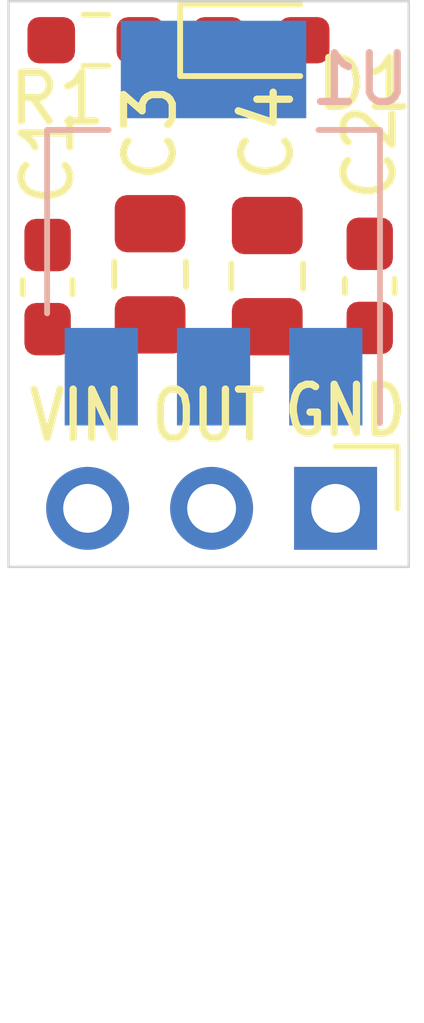
<source format=kicad_pcb>
(kicad_pcb (version 20171130) (host pcbnew "(5.1.12)-1")

  (general
    (thickness 1.6)
    (drawings 7)
    (tracks 0)
    (zones 0)
    (modules 8)
    (nets 4)
  )

  (page A4)
  (layers
    (0 F.Cu signal)
    (31 B.Cu signal)
    (32 B.Adhes user)
    (33 F.Adhes user)
    (34 B.Paste user)
    (35 F.Paste user)
    (36 B.SilkS user)
    (37 F.SilkS user)
    (38 B.Mask user)
    (39 F.Mask user)
    (40 Dwgs.User user)
    (41 Cmts.User user)
    (42 Eco1.User user)
    (43 Eco2.User user)
    (44 Edge.Cuts user)
    (45 Margin user hide)
    (46 B.CrtYd user)
    (47 F.CrtYd user)
    (48 B.Fab user hide)
    (49 F.Fab user hide)
  )

  (setup
    (last_trace_width 0.25)
    (trace_clearance 0.2)
    (zone_clearance 0.508)
    (zone_45_only no)
    (trace_min 0.2)
    (via_size 0.8)
    (via_drill 0.4)
    (via_min_size 0.4)
    (via_min_drill 0.3)
    (uvia_size 0.3)
    (uvia_drill 0.1)
    (uvias_allowed no)
    (uvia_min_size 0.2)
    (uvia_min_drill 0.1)
    (edge_width 0.05)
    (segment_width 0.2)
    (pcb_text_width 0.3)
    (pcb_text_size 1.5 1.5)
    (mod_edge_width 0.12)
    (mod_text_size 1 1)
    (mod_text_width 0.15)
    (pad_size 1.524 1.524)
    (pad_drill 0.762)
    (pad_to_mask_clearance 0)
    (aux_axis_origin 0 0)
    (visible_elements 7FFFFFFF)
    (pcbplotparams
      (layerselection 0x010fc_ffffffff)
      (usegerberextensions false)
      (usegerberattributes true)
      (usegerberadvancedattributes true)
      (creategerberjobfile true)
      (excludeedgelayer true)
      (linewidth 0.100000)
      (plotframeref false)
      (viasonmask false)
      (mode 1)
      (useauxorigin false)
      (hpglpennumber 1)
      (hpglpenspeed 20)
      (hpglpendiameter 15.000000)
      (psnegative false)
      (psa4output false)
      (plotreference true)
      (plotvalue true)
      (plotinvisibletext false)
      (padsonsilk false)
      (subtractmaskfromsilk false)
      (outputformat 1)
      (mirror false)
      (drillshape 1)
      (scaleselection 1)
      (outputdirectory ""))
  )

  (net 0 "")
  (net 1 GND)
  (net 2 "Net-(C1-Pad1)")
  (net 3 "Net-(C2-Pad1)")

  (net_class Default "This is the default net class."
    (clearance 0.2)
    (trace_width 0.25)
    (via_dia 0.8)
    (via_drill 0.4)
    (uvia_dia 0.3)
    (uvia_drill 0.1)
    (add_net GND)
    (add_net "Net-(C1-Pad1)")
    (add_net "Net-(C2-Pad1)")
  )

  (module Connector_PinHeader_2.54mm:PinHeader_1x03_P2.54mm_Horizontal (layer F.Cu) (tedit 62682B8A) (tstamp 62686EA4)
    (at 147.3 93.3 270)
    (descr "Through hole angled pin header, 1x03, 2.54mm pitch, 6mm pin length, single row")
    (tags "Through hole angled pin header THT 1x03 2.54mm single row")
    (path /6268DE60)
    (fp_text reference J1 (at 4.385 -2.27 270) (layer F.SilkS) hide
      (effects (font (size 1 1) (thickness 0.15)))
    )
    (fp_text value Conn_01x03_Male (at 4.385 7.35 270) (layer F.Fab) hide
      (effects (font (size 1 1) (thickness 0.15)))
    )
    (fp_line (start 10.55 -1.8) (end -1.8 -1.8) (layer F.CrtYd) (width 0.05))
    (fp_line (start 10.55 6.85) (end 10.55 -1.8) (layer F.CrtYd) (width 0.05))
    (fp_line (start -1.8 6.85) (end 10.55 6.85) (layer F.CrtYd) (width 0.05))
    (fp_line (start -1.8 -1.8) (end -1.8 6.85) (layer F.CrtYd) (width 0.05))
    (fp_line (start -1.27 -1.27) (end 0 -1.27) (layer F.SilkS) (width 0.12))
    (fp_line (start -1.27 0) (end -1.27 -1.27) (layer F.SilkS) (width 0.12))
    (fp_line (start 4.04 5.4) (end 10.04 5.4) (layer F.Fab) (width 0.1))
    (fp_line (start 10.04 4.76) (end 10.04 5.4) (layer F.Fab) (width 0.1))
    (fp_line (start 4.04 4.76) (end 10.04 4.76) (layer F.Fab) (width 0.1))
    (fp_line (start -0.32 5.4) (end 1.5 5.4) (layer F.Fab) (width 0.1))
    (fp_line (start -0.32 4.76) (end -0.32 5.4) (layer F.Fab) (width 0.1))
    (fp_line (start -0.32 4.76) (end 1.5 4.76) (layer F.Fab) (width 0.1))
    (fp_line (start 4.04 2.86) (end 10.04 2.86) (layer F.Fab) (width 0.1))
    (fp_line (start 10.04 2.22) (end 10.04 2.86) (layer F.Fab) (width 0.1))
    (fp_line (start 4.04 2.22) (end 10.04 2.22) (layer F.Fab) (width 0.1))
    (fp_line (start -0.32 2.86) (end 1.5 2.86) (layer F.Fab) (width 0.1))
    (fp_line (start -0.32 2.22) (end -0.32 2.86) (layer F.Fab) (width 0.1))
    (fp_line (start -0.32 2.22) (end 1.5 2.22) (layer F.Fab) (width 0.1))
    (fp_line (start 4.04 0.32) (end 10.04 0.32) (layer F.Fab) (width 0.1))
    (fp_line (start 10.04 -0.32) (end 10.04 0.32) (layer F.Fab) (width 0.1))
    (fp_line (start 4.04 -0.32) (end 10.04 -0.32) (layer F.Fab) (width 0.1))
    (fp_line (start -0.32 0.32) (end 1.5 0.32) (layer F.Fab) (width 0.1))
    (fp_line (start -0.32 -0.32) (end -0.32 0.32) (layer F.Fab) (width 0.1))
    (fp_line (start -0.32 -0.32) (end 1.5 -0.32) (layer F.Fab) (width 0.1))
    (fp_line (start 1.5 -0.635) (end 2.135 -1.27) (layer F.Fab) (width 0.1))
    (fp_line (start 1.5 6.35) (end 1.5 -0.635) (layer F.Fab) (width 0.1))
    (fp_line (start 4.04 6.35) (end 1.5 6.35) (layer F.Fab) (width 0.1))
    (fp_line (start 4.04 -1.27) (end 4.04 6.35) (layer F.Fab) (width 0.1))
    (fp_line (start 2.135 -1.27) (end 4.04 -1.27) (layer F.Fab) (width 0.1))
    (fp_text user %R (at 2.77 2.54) (layer F.Fab) hide
      (effects (font (size 1 1) (thickness 0.15)))
    )
    (pad 3 thru_hole oval (at 0 5.08 270) (size 1.7 1.7) (drill 1) (layers *.Cu *.Mask)
      (net 1 GND))
    (pad 2 thru_hole oval (at 0 2.54 270) (size 1.7 1.7) (drill 1) (layers *.Cu *.Mask)
      (net 3 "Net-(C2-Pad1)"))
    (pad 1 thru_hole rect (at 0 0 270) (size 1.7 1.7) (drill 1) (layers *.Cu *.Mask)
      (net 2 "Net-(C1-Pad1)"))
    (model ${KISYS3DMOD}/Connector_PinHeader_2.54mm.3dshapes/PinHeader_1x03_P2.54mm_Horizontal.wrl
      (offset (xyz 1 -5 4))
      (scale (xyz 1 1 1))
      (rotate (xyz 0 -90 -180))
    )
  )

  (module Resistor_SMD:R_0603_1608Metric_Pad0.98x0.95mm_HandSolder (layer F.Cu) (tedit 5F68FEEE) (tstamp 62687A08)
    (at 142.3875 83.7)
    (descr "Resistor SMD 0603 (1608 Metric), square (rectangular) end terminal, IPC_7351 nominal with elongated pad for handsoldering. (Body size source: IPC-SM-782 page 72, https://www.pcb-3d.com/wordpress/wp-content/uploads/ipc-sm-782a_amendment_1_and_2.pdf), generated with kicad-footprint-generator")
    (tags "resistor handsolder")
    (path /626A1147)
    (attr smd)
    (fp_text reference R1 (at -0.7875 1.2) (layer F.SilkS)
      (effects (font (size 1 1) (thickness 0.15)))
    )
    (fp_text value R (at 0 1.43) (layer F.Fab)
      (effects (font (size 1 1) (thickness 0.15)))
    )
    (fp_line (start 1.65 0.73) (end -1.65 0.73) (layer F.CrtYd) (width 0.05))
    (fp_line (start 1.65 -0.73) (end 1.65 0.73) (layer F.CrtYd) (width 0.05))
    (fp_line (start -1.65 -0.73) (end 1.65 -0.73) (layer F.CrtYd) (width 0.05))
    (fp_line (start -1.65 0.73) (end -1.65 -0.73) (layer F.CrtYd) (width 0.05))
    (fp_line (start -0.254724 0.5225) (end 0.254724 0.5225) (layer F.SilkS) (width 0.12))
    (fp_line (start -0.254724 -0.5225) (end 0.254724 -0.5225) (layer F.SilkS) (width 0.12))
    (fp_line (start 0.8 0.4125) (end -0.8 0.4125) (layer F.Fab) (width 0.1))
    (fp_line (start 0.8 -0.4125) (end 0.8 0.4125) (layer F.Fab) (width 0.1))
    (fp_line (start -0.8 -0.4125) (end 0.8 -0.4125) (layer F.Fab) (width 0.1))
    (fp_line (start -0.8 0.4125) (end -0.8 -0.4125) (layer F.Fab) (width 0.1))
    (fp_text user %R (at 0 0) (layer F.Fab)
      (effects (font (size 0.4 0.4) (thickness 0.06)))
    )
    (pad 2 smd roundrect (at 0.9125 0) (size 0.975 0.95) (layers F.Cu F.Paste F.Mask) (roundrect_rratio 0.25)
      (net 2 "Net-(C1-Pad1)"))
    (pad 1 smd roundrect (at -0.9125 0) (size 0.975 0.95) (layers F.Cu F.Paste F.Mask) (roundrect_rratio 0.25)
      (net 2 "Net-(C1-Pad1)"))
    (model ${KISYS3DMOD}/Resistor_SMD.3dshapes/R_0603_1608Metric.wrl
      (at (xyz 0 0 0))
      (scale (xyz 1 1 1))
      (rotate (xyz 0 0 0))
    )
  )

  (module LED_SMD:LED_0603_1608Metric_Pad1.05x0.95mm_HandSolder (layer F.Cu) (tedit 5F68FEF1) (tstamp 62687979)
    (at 145.775 83.7)
    (descr "LED SMD 0603 (1608 Metric), square (rectangular) end terminal, IPC_7351 nominal, (Body size source: http://www.tortai-tech.com/upload/download/2011102023233369053.pdf), generated with kicad-footprint-generator")
    (tags "LED handsolder")
    (path /6269F131)
    (attr smd)
    (fp_text reference D1 (at 2.125 0.9) (layer F.SilkS)
      (effects (font (size 1 1) (thickness 0.15)))
    )
    (fp_text value LED (at 0 1.43) (layer F.Fab)
      (effects (font (size 1 1) (thickness 0.15)))
    )
    (fp_line (start 1.65 0.73) (end -1.65 0.73) (layer F.CrtYd) (width 0.05))
    (fp_line (start 1.65 -0.73) (end 1.65 0.73) (layer F.CrtYd) (width 0.05))
    (fp_line (start -1.65 -0.73) (end 1.65 -0.73) (layer F.CrtYd) (width 0.05))
    (fp_line (start -1.65 0.73) (end -1.65 -0.73) (layer F.CrtYd) (width 0.05))
    (fp_line (start -1.66 0.735) (end 0.8 0.735) (layer F.SilkS) (width 0.12))
    (fp_line (start -1.66 -0.735) (end -1.66 0.735) (layer F.SilkS) (width 0.12))
    (fp_line (start 0.8 -0.735) (end -1.66 -0.735) (layer F.SilkS) (width 0.12))
    (fp_line (start 0.8 0.4) (end 0.8 -0.4) (layer F.Fab) (width 0.1))
    (fp_line (start -0.8 0.4) (end 0.8 0.4) (layer F.Fab) (width 0.1))
    (fp_line (start -0.8 -0.1) (end -0.8 0.4) (layer F.Fab) (width 0.1))
    (fp_line (start -0.5 -0.4) (end -0.8 -0.1) (layer F.Fab) (width 0.1))
    (fp_line (start 0.8 -0.4) (end -0.5 -0.4) (layer F.Fab) (width 0.1))
    (fp_text user %R (at 0 0) (layer F.Fab)
      (effects (font (size 0.4 0.4) (thickness 0.06)))
    )
    (pad 2 smd roundrect (at 0.875 0) (size 1.05 0.95) (layers F.Cu F.Paste F.Mask) (roundrect_rratio 0.25)
      (net 2 "Net-(C1-Pad1)"))
    (pad 1 smd roundrect (at -0.875 0) (size 1.05 0.95) (layers F.Cu F.Paste F.Mask) (roundrect_rratio 0.25)
      (net 1 GND))
    (model ${KISYS3DMOD}/LED_SMD.3dshapes/LED_0603_1608Metric.wrl
      (at (xyz 0 0 0))
      (scale (xyz 1 1 1))
      (rotate (xyz 0 0 0))
    )
  )

  (module Package_TO_SOT_SMD:SOT-223-3_TabPin2 (layer B.Cu) (tedit 5A02FF57) (tstamp 62686EBA)
    (at 144.8 87.45 90)
    (descr "module CMS SOT223 4 pins")
    (tags "CMS SOT")
    (path /6268695B)
    (attr smd)
    (fp_text reference U1 (at 2.95 3) (layer B.SilkS)
      (effects (font (size 1 1) (thickness 0.15)) (justify mirror))
    )
    (fp_text value AMS1117-3.3 (at 0 -4.5 270) (layer B.Fab)
      (effects (font (size 1 1) (thickness 0.15)) (justify mirror))
    )
    (fp_line (start 1.85 3.35) (end 1.85 -3.35) (layer B.Fab) (width 0.1))
    (fp_line (start -1.85 -3.35) (end 1.85 -3.35) (layer B.Fab) (width 0.1))
    (fp_line (start -4.1 3.41) (end 1.91 3.41) (layer B.SilkS) (width 0.12))
    (fp_line (start -0.85 3.35) (end 1.85 3.35) (layer B.Fab) (width 0.1))
    (fp_line (start -1.85 -3.41) (end 1.91 -3.41) (layer B.SilkS) (width 0.12))
    (fp_line (start -1.85 2.35) (end -1.85 -3.35) (layer B.Fab) (width 0.1))
    (fp_line (start -1.85 2.35) (end -0.85 3.35) (layer B.Fab) (width 0.1))
    (fp_line (start -4.4 3.6) (end -4.4 -3.6) (layer B.CrtYd) (width 0.05))
    (fp_line (start -4.4 -3.6) (end 4.4 -3.6) (layer B.CrtYd) (width 0.05))
    (fp_line (start 4.4 -3.6) (end 4.4 3.6) (layer B.CrtYd) (width 0.05))
    (fp_line (start 4.4 3.6) (end -4.4 3.6) (layer B.CrtYd) (width 0.05))
    (fp_line (start 1.91 3.41) (end 1.91 2.15) (layer B.SilkS) (width 0.12))
    (fp_line (start 1.91 -3.41) (end 1.91 -2.15) (layer B.SilkS) (width 0.12))
    (fp_text user %R (at 0 0) (layer B.Fab)
      (effects (font (size 0.8 0.8) (thickness 0.12)) (justify mirror))
    )
    (pad 1 smd rect (at -3.15 2.3 90) (size 2 1.5) (layers B.Cu B.Paste B.Mask)
      (net 1 GND))
    (pad 3 smd rect (at -3.15 -2.3 90) (size 2 1.5) (layers B.Cu B.Paste B.Mask)
      (net 2 "Net-(C1-Pad1)"))
    (pad 2 smd rect (at -3.15 0 90) (size 2 1.5) (layers B.Cu B.Paste B.Mask)
      (net 3 "Net-(C2-Pad1)"))
    (pad 2 smd rect (at 3.15 0 90) (size 2 3.8) (layers B.Cu B.Paste B.Mask)
      (net 3 "Net-(C2-Pad1)"))
    (model ${KISYS3DMOD}/Package_TO_SOT_SMD.3dshapes/SOT-223.wrl
      (at (xyz 0 0 0))
      (scale (xyz 1 1 1))
      (rotate (xyz 0 0 0))
    )
  )

  (module Capacitor_SMD:C_0805_2012Metric_Pad1.18x1.45mm_HandSolder (layer F.Cu) (tedit 5F68FEEF) (tstamp 62686E64)
    (at 145.9 88.5375 90)
    (descr "Capacitor SMD 0805 (2012 Metric), square (rectangular) end terminal, IPC_7351 nominal with elongated pad for handsoldering. (Body size source: IPC-SM-782 page 76, https://www.pcb-3d.com/wordpress/wp-content/uploads/ipc-sm-782a_amendment_1_and_2.pdf, https://docs.google.com/spreadsheets/d/1BsfQQcO9C6DZCsRaXUlFlo91Tg2WpOkGARC1WS5S8t0/edit?usp=sharing), generated with kicad-footprint-generator")
    (tags "capacitor handsolder")
    (path /62688CA4)
    (attr smd)
    (fp_text reference C4 (at 2.9375 0 90) (layer F.SilkS)
      (effects (font (size 1 1) (thickness 0.15)))
    )
    (fp_text value 4.7u (at 0 1.68 90) (layer F.Fab)
      (effects (font (size 1 1) (thickness 0.15)))
    )
    (fp_line (start 1.88 0.98) (end -1.88 0.98) (layer F.CrtYd) (width 0.05))
    (fp_line (start 1.88 -0.98) (end 1.88 0.98) (layer F.CrtYd) (width 0.05))
    (fp_line (start -1.88 -0.98) (end 1.88 -0.98) (layer F.CrtYd) (width 0.05))
    (fp_line (start -1.88 0.98) (end -1.88 -0.98) (layer F.CrtYd) (width 0.05))
    (fp_line (start -0.261252 0.735) (end 0.261252 0.735) (layer F.SilkS) (width 0.12))
    (fp_line (start -0.261252 -0.735) (end 0.261252 -0.735) (layer F.SilkS) (width 0.12))
    (fp_line (start 1 0.625) (end -1 0.625) (layer F.Fab) (width 0.1))
    (fp_line (start 1 -0.625) (end 1 0.625) (layer F.Fab) (width 0.1))
    (fp_line (start -1 -0.625) (end 1 -0.625) (layer F.Fab) (width 0.1))
    (fp_line (start -1 0.625) (end -1 -0.625) (layer F.Fab) (width 0.1))
    (fp_text user %R (at 0 0 90) (layer F.Fab)
      (effects (font (size 0.5 0.5) (thickness 0.08)))
    )
    (pad 2 smd roundrect (at 1.0375 0 90) (size 1.175 1.45) (layers F.Cu F.Paste F.Mask) (roundrect_rratio 0.212766)
      (net 1 GND))
    (pad 1 smd roundrect (at -1.0375 0 90) (size 1.175 1.45) (layers F.Cu F.Paste F.Mask) (roundrect_rratio 0.212766)
      (net 2 "Net-(C1-Pad1)"))
    (model ${KISYS3DMOD}/Capacitor_SMD.3dshapes/C_0805_2012Metric.wrl
      (at (xyz 0 0 0))
      (scale (xyz 1 1 1))
      (rotate (xyz 0 0 0))
    )
  )

  (module Capacitor_SMD:C_0603_1608Metric_Pad1.08x0.95mm_HandSolder (layer F.Cu) (tedit 5F68FEEF) (tstamp 62686E53)
    (at 148 88.7375 90)
    (descr "Capacitor SMD 0603 (1608 Metric), square (rectangular) end terminal, IPC_7351 nominal with elongated pad for handsoldering. (Body size source: IPC-SM-782 page 76, https://www.pcb-3d.com/wordpress/wp-content/uploads/ipc-sm-782a_amendment_1_and_2.pdf), generated with kicad-footprint-generator")
    (tags "capacitor handsolder")
    (path /6268A7E5)
    (attr smd)
    (fp_text reference C2 (at 2.7375 0 90) (layer F.SilkS)
      (effects (font (size 1 1) (thickness 0.15)))
    )
    (fp_text value 1u (at 0 1.43 90) (layer F.Fab)
      (effects (font (size 1 1) (thickness 0.15)))
    )
    (fp_line (start 1.65 0.73) (end -1.65 0.73) (layer F.CrtYd) (width 0.05))
    (fp_line (start 1.65 -0.73) (end 1.65 0.73) (layer F.CrtYd) (width 0.05))
    (fp_line (start -1.65 -0.73) (end 1.65 -0.73) (layer F.CrtYd) (width 0.05))
    (fp_line (start -1.65 0.73) (end -1.65 -0.73) (layer F.CrtYd) (width 0.05))
    (fp_line (start -0.146267 0.51) (end 0.146267 0.51) (layer F.SilkS) (width 0.12))
    (fp_line (start -0.146267 -0.51) (end 0.146267 -0.51) (layer F.SilkS) (width 0.12))
    (fp_line (start 0.8 0.4) (end -0.8 0.4) (layer F.Fab) (width 0.1))
    (fp_line (start 0.8 -0.4) (end 0.8 0.4) (layer F.Fab) (width 0.1))
    (fp_line (start -0.8 -0.4) (end 0.8 -0.4) (layer F.Fab) (width 0.1))
    (fp_line (start -0.8 0.4) (end -0.8 -0.4) (layer F.Fab) (width 0.1))
    (fp_text user %R (at 0 0 90) (layer F.Fab)
      (effects (font (size 0.4 0.4) (thickness 0.06)))
    )
    (pad 2 smd roundrect (at 0.8625 0 90) (size 1.075 0.95) (layers F.Cu F.Paste F.Mask) (roundrect_rratio 0.25)
      (net 1 GND))
    (pad 1 smd roundrect (at -0.8625 0 90) (size 1.075 0.95) (layers F.Cu F.Paste F.Mask) (roundrect_rratio 0.25)
      (net 3 "Net-(C2-Pad1)"))
    (model ${KISYS3DMOD}/Capacitor_SMD.3dshapes/C_0603_1608Metric.wrl
      (at (xyz 0 0 0))
      (scale (xyz 1 1 1))
      (rotate (xyz 0 0 0))
    )
  )

  (module Capacitor_SMD:C_0805_2012Metric_Pad1.18x1.45mm_HandSolder (layer F.Cu) (tedit 5F68FEEF) (tstamp 62686E42)
    (at 143.5 88.5 90)
    (descr "Capacitor SMD 0805 (2012 Metric), square (rectangular) end terminal, IPC_7351 nominal with elongated pad for handsoldering. (Body size source: IPC-SM-782 page 76, https://www.pcb-3d.com/wordpress/wp-content/uploads/ipc-sm-782a_amendment_1_and_2.pdf, https://docs.google.com/spreadsheets/d/1BsfQQcO9C6DZCsRaXUlFlo91Tg2WpOkGARC1WS5S8t0/edit?usp=sharing), generated with kicad-footprint-generator")
    (tags "capacitor handsolder")
    (path /6268A7EB)
    (attr smd)
    (fp_text reference C3 (at 2.9 0 90) (layer F.SilkS)
      (effects (font (size 1 1) (thickness 0.15)))
    )
    (fp_text value 4.7u (at 0 1.68 90) (layer F.Fab)
      (effects (font (size 1 1) (thickness 0.15)))
    )
    (fp_line (start 1.88 0.98) (end -1.88 0.98) (layer F.CrtYd) (width 0.05))
    (fp_line (start 1.88 -0.98) (end 1.88 0.98) (layer F.CrtYd) (width 0.05))
    (fp_line (start -1.88 -0.98) (end 1.88 -0.98) (layer F.CrtYd) (width 0.05))
    (fp_line (start -1.88 0.98) (end -1.88 -0.98) (layer F.CrtYd) (width 0.05))
    (fp_line (start -0.261252 0.735) (end 0.261252 0.735) (layer F.SilkS) (width 0.12))
    (fp_line (start -0.261252 -0.735) (end 0.261252 -0.735) (layer F.SilkS) (width 0.12))
    (fp_line (start 1 0.625) (end -1 0.625) (layer F.Fab) (width 0.1))
    (fp_line (start 1 -0.625) (end 1 0.625) (layer F.Fab) (width 0.1))
    (fp_line (start -1 -0.625) (end 1 -0.625) (layer F.Fab) (width 0.1))
    (fp_line (start -1 0.625) (end -1 -0.625) (layer F.Fab) (width 0.1))
    (fp_text user %R (at 0 0 90) (layer F.Fab)
      (effects (font (size 0.5 0.5) (thickness 0.08)))
    )
    (pad 2 smd roundrect (at 1.0375 0 90) (size 1.175 1.45) (layers F.Cu F.Paste F.Mask) (roundrect_rratio 0.212766)
      (net 1 GND))
    (pad 1 smd roundrect (at -1.0375 0 90) (size 1.175 1.45) (layers F.Cu F.Paste F.Mask) (roundrect_rratio 0.212766)
      (net 3 "Net-(C2-Pad1)"))
    (model ${KISYS3DMOD}/Capacitor_SMD.3dshapes/C_0805_2012Metric.wrl
      (at (xyz 0 0 0))
      (scale (xyz 1 1 1))
      (rotate (xyz 0 0 0))
    )
  )

  (module Capacitor_SMD:C_0603_1608Metric_Pad1.08x0.95mm_HandSolder (layer F.Cu) (tedit 5F68FEEF) (tstamp 62686E31)
    (at 141.4 88.7625 90)
    (descr "Capacitor SMD 0603 (1608 Metric), square (rectangular) end terminal, IPC_7351 nominal with elongated pad for handsoldering. (Body size source: IPC-SM-782 page 76, https://www.pcb-3d.com/wordpress/wp-content/uploads/ipc-sm-782a_amendment_1_and_2.pdf), generated with kicad-footprint-generator")
    (tags "capacitor handsolder")
    (path /62687B3E)
    (attr smd)
    (fp_text reference C1 (at 2.6625 0 90) (layer F.SilkS)
      (effects (font (size 1 1) (thickness 0.15)))
    )
    (fp_text value 1u (at 0 1.43 90) (layer F.Fab)
      (effects (font (size 1 1) (thickness 0.15)))
    )
    (fp_line (start 1.65 0.73) (end -1.65 0.73) (layer F.CrtYd) (width 0.05))
    (fp_line (start 1.65 -0.73) (end 1.65 0.73) (layer F.CrtYd) (width 0.05))
    (fp_line (start -1.65 -0.73) (end 1.65 -0.73) (layer F.CrtYd) (width 0.05))
    (fp_line (start -1.65 0.73) (end -1.65 -0.73) (layer F.CrtYd) (width 0.05))
    (fp_line (start -0.146267 0.51) (end 0.146267 0.51) (layer F.SilkS) (width 0.12))
    (fp_line (start -0.146267 -0.51) (end 0.146267 -0.51) (layer F.SilkS) (width 0.12))
    (fp_line (start 0.8 0.4) (end -0.8 0.4) (layer F.Fab) (width 0.1))
    (fp_line (start 0.8 -0.4) (end 0.8 0.4) (layer F.Fab) (width 0.1))
    (fp_line (start -0.8 -0.4) (end 0.8 -0.4) (layer F.Fab) (width 0.1))
    (fp_line (start -0.8 0.4) (end -0.8 -0.4) (layer F.Fab) (width 0.1))
    (fp_text user %R (at 0 0 90) (layer F.Fab)
      (effects (font (size 0.4 0.4) (thickness 0.06)))
    )
    (pad 2 smd roundrect (at 0.8625 0 90) (size 1.075 0.95) (layers F.Cu F.Paste F.Mask) (roundrect_rratio 0.25)
      (net 1 GND))
    (pad 1 smd roundrect (at -0.8625 0 90) (size 1.075 0.95) (layers F.Cu F.Paste F.Mask) (roundrect_rratio 0.25)
      (net 2 "Net-(C1-Pad1)"))
    (model ${KISYS3DMOD}/Capacitor_SMD.3dshapes/C_0603_1608Metric.wrl
      (at (xyz 0 0 0))
      (scale (xyz 1 1 1))
      (rotate (xyz 0 0 0))
    )
  )

  (gr_line (start 148.8 82.9) (end 140.6 82.9) (layer Edge.Cuts) (width 0.05) (tstamp 62688390))
  (gr_line (start 148.8 94.5) (end 148.8 82.9) (layer Edge.Cuts) (width 0.05))
  (gr_line (start 140.6 94.5) (end 148.8 94.5) (layer Edge.Cuts) (width 0.05))
  (gr_line (start 140.6 82.9) (end 140.6 94.5) (layer Edge.Cuts) (width 0.05))
  (gr_text GND (at 147.5 91.3) (layer F.SilkS) (tstamp 626882D7)
    (effects (font (size 1 0.8) (thickness 0.15)))
  )
  (gr_text OUT (at 144.7 91.4) (layer F.SilkS) (tstamp 6268828E)
    (effects (font (size 1 0.8) (thickness 0.15)))
  )
  (gr_text VIN (at 142 91.4) (layer F.SilkS)
    (effects (font (size 1 0.8) (thickness 0.15)))
  )

)

</source>
